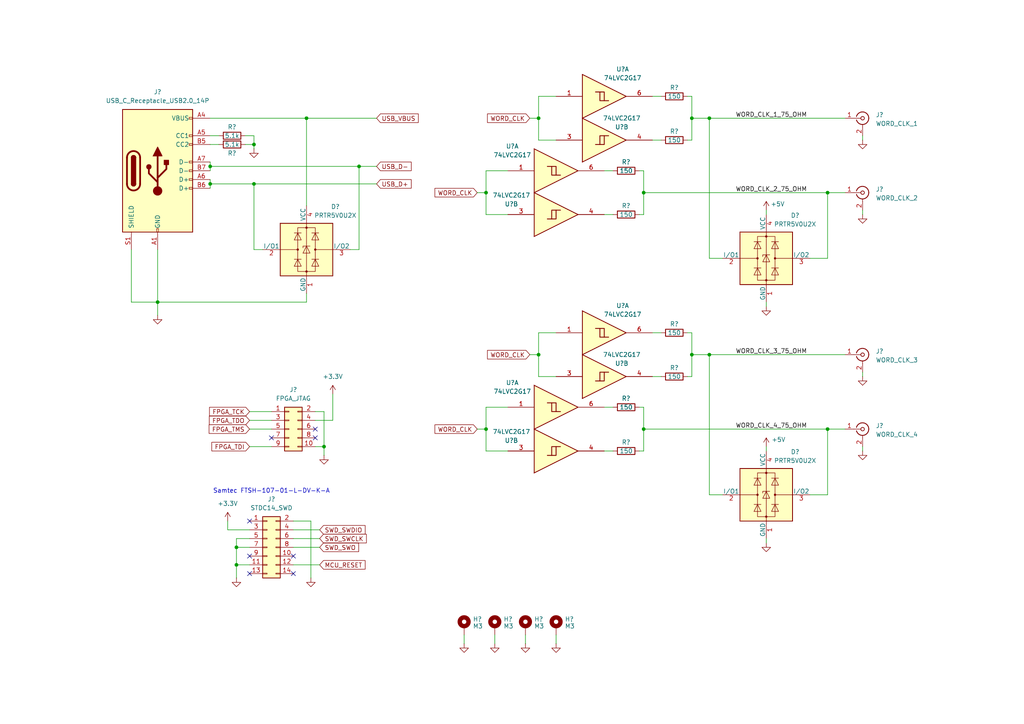
<source format=kicad_sch>
(kicad_sch (version 20250114) (generator "eeschema") (generator_version "9.0")
  (paper "A4")
  (title_block (title "16-in, 16-out USB <-> ADAT interface") (rev "1.0a") (company "Rethera") (comment 1 "Drawn by Łukasz Świszcz"))
  (lib_symbols
    (symbol "74xGxx:74LVC2G17"
      (property "Reference" "U" (at -1.27 7.62 0))
      (property "Value" "74LVC2G17" (at 2.54 -7.62 0))
      (symbol "74LVC2G17_1_1"
        (polyline (pts (xy -7.62 6.35) (xy -7.62 -6.35) (xy 5.08 0) (xy -7.62 6.35)) (stroke (width 0.254)) (fill (type background)))
        (polyline (pts (xy -3.81 1.27) (xy -2.54 1.27) (xy -2.54 -1.27) (xy 0 -1.27)) (stroke (width 0.254)) (fill (type background)))
        (polyline (pts (xy -2.54 1.27) (xy -1.27 1.27) (xy -1.27 -1.27)) (stroke (width 0.254)) (fill (type background)))
        (pin input line (at -15.24 0 0) (length 7.62) (name "~") (number "1"))
        (pin output line (at 12.7 0 180) (length 7.62) (name "~") (number "6"))
      )
      (symbol "74LVC2G17_2_1"
        (polyline (pts (xy -7.62 6.35) (xy -7.62 -6.35) (xy 5.08 0) (xy -7.62 6.35)) (stroke (width 0.254)) (fill (type background)))
        (polyline (pts (xy -3.81 1.27) (xy -2.54 1.27) (xy -2.54 -1.27) (xy 0 -1.27)) (stroke (width 0.254)) (fill (type background)))
        (polyline (pts (xy -2.54 1.27) (xy -1.27 1.27) (xy -1.27 -1.27)) (stroke (width 0.254)) (fill (type background)))
        (pin input line (at -15.24 0 0) (length 7.62) (name "~") (number "3"))
        (pin output line (at 12.7 0 180) (length 7.62) (name "~") (number "4"))
      )
      (symbol "74LVC2G17_3_0"
        (rectangle (start -5.08 -5.08) (end 5.08 5.08) (stroke (width 0.254)) (fill (type background)))
      )
      (symbol "74LVC2G17_3_1"
        (pin power_in line (at 0 10.16 270) (length 5.08) (name "VCC") (number "5"))
        (pin power_in line (at 0 -10.16 90) (length 5.08) (name "GND") (number "2"))
      )
    )
    (symbol "Connector:Conn_Coaxial" (pin_names (offset 1.016) (hide yes))
      (property "Reference" "J" (at 0.254 3.048 0))
      (property "Value" "Conn_Coaxial" (at 2.921 0 90))
      (symbol "Conn_Coaxial_0_1"
        (polyline (pts (xy -2.54 0) (xy -0.508 0)))
        (arc (start 1.778 0) (mid 0.222 -1.8079) (end -1.778 -0.508) (stroke (width 0.254)))
        (arc (start -1.778 0.508) (mid 0.2221 1.8084) (end 1.778 0) (stroke (width 0.254)))
        (circle (center 0 0) (radius 0.508) (stroke (width 0.2032)))
        (polyline (pts (xy 0 -2.54) (xy 0 -1.778)))
      )
      (symbol "Conn_Coaxial_1_1"
        (pin passive line (at -5.08 0 0) (length 2.54) (name "In") (number "1"))
        (pin passive line (at 0 -5.08 90) (length 2.54) (name "Ext") (number "2"))
      )
    )
    (symbol "Connector:USB_C_Receptacle_USB2.0_14P" (pin_names (offset 1.016))
      (property "Reference" "J" (at 0 22.225 0))
      (property "Value" "USB_C_Receptacle_USB2.0_14P" (at 0 19.685 0))
      (symbol "USB_C_Receptacle_USB2.0_14P_0_0"
        (rectangle (start -0.254 -17.78) (end 0.254 -16.764))
        (rectangle (start 10.16 15.494) (end 9.144 14.986))
        (rectangle (start 10.16 10.414) (end 9.144 9.906))
        (rectangle (start 10.16 7.874) (end 9.144 7.366))
        (rectangle (start 10.16 2.794) (end 9.144 2.286))
        (rectangle (start 10.16 0.254) (end 9.144 -0.254))
        (rectangle (start 10.16 -2.286) (end 9.144 -2.794))
        (rectangle (start 10.16 -4.826) (end 9.144 -5.334))
      )
      (symbol "USB_C_Receptacle_USB2.0_14P_0_1"
        (rectangle (start -10.16 17.78) (end 10.16 -17.78) (stroke (width 0.254)) (fill (type background)))
        (polyline (pts (xy -8.89 -3.81) (xy -8.89 3.81)) (stroke (width 0.508)))
        (rectangle (start -7.62 -3.81) (end -6.35 3.81) (stroke (width 0.254)) (fill (type outline)))
        (arc (start -7.62 3.81) (mid -6.985 4.4423) (end -6.35 3.81) (stroke (width 0.254)))
        (arc (start -7.62 3.81) (mid -6.985 4.4423) (end -6.35 3.81) (stroke (width 0.254)) (fill (type outline)))
        (arc (start -8.89 3.81) (mid -6.985 5.7067) (end -5.08 3.81) (stroke (width 0.508)))
        (arc (start -5.08 -3.81) (mid -6.985 -5.7067) (end -8.89 -3.81) (stroke (width 0.508)))
        (arc (start -6.35 -3.81) (mid -6.985 -4.4423) (end -7.62 -3.81) (stroke (width 0.254)))
        (arc (start -6.35 -3.81) (mid -6.985 -4.4423) (end -7.62 -3.81) (stroke (width 0.254)) (fill (type outline)))
        (polyline (pts (xy -5.08 3.81) (xy -5.08 -3.81)) (stroke (width 0.508)))
        (circle (center -2.54 1.143) (radius 0.635) (stroke (width 0.254)) (fill (type outline)))
        (polyline (pts (xy -1.27 4.318) (xy 0 6.858) (xy 1.27 4.318) (xy -1.27 4.318)) (stroke (width 0.254)) (fill (type outline)))
        (polyline (pts (xy 0 -2.032) (xy 2.54 0.508) (xy 2.54 1.778)) (stroke (width 0.508)))
        (polyline (pts (xy 0 -3.302) (xy -2.54 -0.762) (xy -2.54 0.508)) (stroke (width 0.508)))
        (polyline (pts (xy 0 -5.842) (xy 0 4.318)) (stroke (width 0.508)))
        (circle (center 0 -5.842) (radius 1.27) (fill (type outline)))
        (rectangle (start 1.905 1.778) (end 3.175 3.048) (stroke (width 0.254)) (fill (type outline)))
      )
      (symbol "USB_C_Receptacle_USB2.0_14P_1_1"
        (pin passive line (at -7.62 -22.86 90) (length 5.08) (name "SHIELD") (number "S1"))
        (pin passive line (at 0 -22.86 90) (length 5.08) (name "GND") (number "A1"))
        (pin passive line (at 0 -22.86 90) (length 5.08) (hide yes) (name "GND") (number "A12"))
        (pin passive line (at 0 -22.86 90) (length 5.08) (hide yes) (name "GND") (number "B1"))
        (pin passive line (at 0 -22.86 90) (length 5.08) (hide yes) (name "GND") (number "B12"))
        (pin passive line (at 15.24 15.24 180) (length 5.08) (name "VBUS") (number "A4"))
        (pin passive line (at 15.24 15.24 180) (length 5.08) (hide yes) (name "VBUS") (number "A9"))
        (pin passive line (at 15.24 15.24 180) (length 5.08) (hide yes) (name "VBUS") (number "B4"))
        (pin passive line (at 15.24 15.24 180) (length 5.08) (hide yes) (name "VBUS") (number "B9"))
        (pin bidirectional line (at 15.24 10.16 180) (length 5.08) (name "CC1") (number "A5"))
        (pin bidirectional line (at 15.24 7.62 180) (length 5.08) (name "CC2") (number "B5"))
        (pin bidirectional line (at 15.24 2.54 180) (length 5.08) (name "D-") (number "A7"))
        (pin bidirectional line (at 15.24 0 180) (length 5.08) (name "D-") (number "B7"))
        (pin bidirectional line (at 15.24 -2.54 180) (length 5.08) (name "D+") (number "A6"))
        (pin bidirectional line (at 15.24 -5.08 180) (length 5.08) (name "D+") (number "B6"))
      )
    )
    (symbol "Connector_Generic:Conn_02x05_Odd_Even" (pin_names (offset 1.016) (hide yes))
      (property "Reference" "J" (at 1.27 7.62 0))
      (property "Value" "Conn_02x05_Odd_Even" (at 1.27 -7.62 0))
      (symbol "Conn_02x05_Odd_Even_1_1"
        (rectangle (start -1.27 6.35) (end 3.81 -6.35) (stroke (width 0.254)) (fill (type background)))
        (rectangle (start -1.27 5.207) (end 0 4.953) (stroke (width 0.1524)))
        (rectangle (start -1.27 2.667) (end 0 2.413) (stroke (width 0.1524)))
        (rectangle (start -1.27 0.127) (end 0 -0.127) (stroke (width 0.1524)))
        (rectangle (start -1.27 -2.413) (end 0 -2.667) (stroke (width 0.1524)))
        (rectangle (start -1.27 -4.953) (end 0 -5.207) (stroke (width 0.1524)))
        (rectangle (start 3.81 5.207) (end 2.54 4.953) (stroke (width 0.1524)))
        (rectangle (start 3.81 2.667) (end 2.54 2.413) (stroke (width 0.1524)))
        (rectangle (start 3.81 0.127) (end 2.54 -0.127) (stroke (width 0.1524)))
        (rectangle (start 3.81 -2.413) (end 2.54 -2.667) (stroke (width 0.1524)))
        (rectangle (start 3.81 -4.953) (end 2.54 -5.207) (stroke (width 0.1524)))
        (pin passive line (at -5.08 5.08 0) (length 3.81) (name "Pin_1") (number "1"))
        (pin passive line (at -5.08 2.54 0) (length 3.81) (name "Pin_3") (number "3"))
        (pin passive line (at -5.08 0 0) (length 3.81) (name "Pin_5") (number "5"))
        (pin passive line (at -5.08 -2.54 0) (length 3.81) (name "Pin_7") (number "7"))
        (pin passive line (at -5.08 -5.08 0) (length 3.81) (name "Pin_9") (number "9"))
        (pin passive line (at 7.62 5.08 180) (length 3.81) (name "Pin_2") (number "2"))
        (pin passive line (at 7.62 2.54 180) (length 3.81) (name "Pin_4") (number "4"))
        (pin passive line (at 7.62 0 180) (length 3.81) (name "Pin_6") (number "6"))
        (pin passive line (at 7.62 -2.54 180) (length 3.81) (name "Pin_8") (number "8"))
        (pin passive line (at 7.62 -5.08 180) (length 3.81) (name "Pin_10") (number "10"))
      )
    )
    (symbol "Connector_Generic:Conn_02x07_Odd_Even" (pin_names (offset 1.016) (hide yes))
      (property "Reference" "J" (at 1.27 10.16 0))
      (property "Value" "Conn_02x07_Odd_Even" (at 1.27 -10.16 0))
      (symbol "Conn_02x07_Odd_Even_1_1"
        (rectangle (start -1.27 8.89) (end 3.81 -8.89) (stroke (width 0.254)) (fill (type background)))
        (rectangle (start -1.27 7.747) (end 0 7.493) (stroke (width 0.1524)))
        (rectangle (start -1.27 5.207) (end 0 4.953) (stroke (width 0.1524)))
        (rectangle (start -1.27 2.667) (end 0 2.413) (stroke (width 0.1524)))
        (rectangle (start -1.27 0.127) (end 0 -0.127) (stroke (width 0.1524)))
        (rectangle (start -1.27 -2.413) (end 0 -2.667) (stroke (width 0.1524)))
        (rectangle (start -1.27 -4.953) (end 0 -5.207) (stroke (width 0.1524)))
        (rectangle (start -1.27 -7.493) (end 0 -7.747) (stroke (width 0.1524)))
        (rectangle (start 3.81 7.747) (end 2.54 7.493) (stroke (width 0.1524)))
        (rectangle (start 3.81 5.207) (end 2.54 4.953) (stroke (width 0.1524)))
        (rectangle (start 3.81 2.667) (end 2.54 2.413) (stroke (width 0.1524)))
        (rectangle (start 3.81 0.127) (end 2.54 -0.127) (stroke (width 0.1524)))
        (rectangle (start 3.81 -2.413) (end 2.54 -2.667) (stroke (width 0.1524)))
        (rectangle (start 3.81 -4.953) (end 2.54 -5.207) (stroke (width 0.1524)))
        (rectangle (start 3.81 -7.493) (end 2.54 -7.747) (stroke (width 0.1524)))
        (pin passive line (at -5.08 7.62 0) (length 3.81) (name "Pin_1") (number "1"))
        (pin passive line (at -5.08 5.08 0) (length 3.81) (name "Pin_3") (number "3"))
        (pin passive line (at -5.08 2.54 0) (length 3.81) (name "Pin_5") (number "5"))
        (pin passive line (at -5.08 0 0) (length 3.81) (name "Pin_7") (number "7"))
        (pin passive line (at -5.08 -2.54 0) (length 3.81) (name "Pin_9") (number "9"))
        (pin passive line (at -5.08 -5.08 0) (length 3.81) (name "Pin_11") (number "11"))
        (pin passive line (at -5.08 -7.62 0) (length 3.81) (name "Pin_13") (number "13"))
        (pin passive line (at 7.62 7.62 180) (length 3.81) (name "Pin_2") (number "2"))
        (pin passive line (at 7.62 5.08 180) (length 3.81) (name "Pin_4") (number "4"))
        (pin passive line (at 7.62 2.54 180) (length 3.81) (name "Pin_6") (number "6"))
        (pin passive line (at 7.62 0 180) (length 3.81) (name "Pin_8") (number "8"))
        (pin passive line (at 7.62 -2.54 180) (length 3.81) (name "Pin_10") (number "10"))
        (pin passive line (at 7.62 -5.08 180) (length 3.81) (name "Pin_12") (number "12"))
        (pin passive line (at 7.62 -7.62 180) (length 3.81) (name "Pin_14") (number "14"))
      )
    )
    (symbol "Device:R" (pin_numbers (hide yes)) (pin_names (offset 0))
      (property "Reference" "R" (at 2.032 0 90))
      (property "Value" "R" (at 0 0 90))
      (symbol "R_0_1"
        (rectangle (start -1.016 -2.54) (end 1.016 2.54) (stroke (width 0.254)))
      )
      (symbol "R_1_1"
        (pin passive line (at 0 3.81 270) (length 1.27) (name "~") (number "1"))
        (pin passive line (at 0 -3.81 90) (length 1.27) (name "~") (number "2"))
      )
    )
    (symbol "Mechanical:MountingHole_Pad" (pin_numbers (hide yes)) (pin_names (offset 1.016) (hide yes)) (in_bom no)
      (property "Reference" "H" (at 0 6.35 0))
      (property "Value" "MountingHole_Pad" (at 0 4.445 0))
      (symbol "MountingHole_Pad_0_1"
        (circle (center 0 1.27) (radius 1.27) (stroke (width 1.27)))
      )
      (symbol "MountingHole_Pad_1_1"
        (pin input line (at 0 -2.54 90) (length 2.54) (name "1") (number "1"))
      )
    )
    (symbol "Power_Protection:PRTR5V0U2X" (pin_names (offset 0))
      (property "Reference" "D" (at 2.794 8.636 0))
      (property "Value" "PRTR5V0U2X" (at 8.128 -9.398 0))
      (symbol "PRTR5V0U2X_0_1"
        (rectangle (start -7.62 -7.62) (end 7.62 7.62) (stroke (width 0.254)) (fill (type background)))
        (polyline (pts (xy -3.556 2.794) (xy -1.524 2.794) (xy -2.54 4.826) (xy -3.556 2.794)))
        (polyline (pts (xy -3.556 -4.826) (xy -1.524 -4.826) (xy -2.54 -2.794) (xy -3.556 -4.826)))
        (rectangle (start -2.54 6.35) (end 2.54 -6.35))
        (circle (center -2.54 0) (radius 0.254) (fill (type outline)))
        (polyline (pts (xy -2.54 0) (xy -7.62 0)))
        (polyline (pts (xy -1.524 4.826) (xy -3.556 4.826)))
        (polyline (pts (xy -1.524 -2.794) (xy -3.556 -2.794)))
        (polyline (pts (xy -1.016 -1.016) (xy 1.016 -1.016) (xy 0 1.016) (xy -1.016 -1.016)))
        (circle (center 0 6.35) (radius 0.254) (fill (type outline)))
        (circle (center 0 -6.35) (radius 0.254) (fill (type outline)))
        (polyline (pts (xy 0 -7.62) (xy 0 7.62)))
        (polyline (pts (xy 1.016 1.016) (xy -1.016 1.016) (xy -1.016 0.508)))
        (polyline (pts (xy 1.524 4.826) (xy 3.556 4.826)))
        (polyline (pts (xy 1.524 -2.794) (xy 3.556 -2.794)))
        (polyline (pts (xy 2.54 0) (xy 7.62 0)))
        (circle (center 2.54 0) (radius 0.254) (fill (type outline)))
        (polyline (pts (xy 3.556 2.794) (xy 1.524 2.794) (xy 2.54 4.826) (xy 3.556 2.794)))
        (polyline (pts (xy 3.556 -4.826) (xy 1.524 -4.826) (xy 2.54 -2.794) (xy 3.556 -4.826)))
      )
      (symbol "PRTR5V0U2X_1_1"
        (pin passive line (at -12.7 0 0) (length 5.08) (name "I/O1") (number "2"))
        (pin passive line (at 0 12.7 270) (length 5.08) (name "VCC") (number "4"))
        (pin passive line (at 0 -12.7 90) (length 5.08) (name "GND") (number "1"))
        (pin passive line (at 12.7 0 180) (length 5.08) (name "I/O2") (number "3"))
      )
    )
    (symbol "power:+3.3V" (power) (pin_numbers (hide yes)) (pin_names (offset 0) (hide yes))
      (property "Value" "+3.3V" (at 0 3.556 0))
      (symbol "+3.3V_0_1"
        (polyline (pts (xy -0.762 1.27) (xy 0 2.54)))
        (polyline (pts (xy 0 2.54) (xy 0.762 1.27)))
        (polyline (pts (xy 0 0) (xy 0 2.54)))
      )
      (symbol "+3.3V_1_1"
        (pin power_in line (at 0 0 90) (length 0) (name "~") (number "1"))
      )
    )
    (symbol "power:+5V" (power) (pin_numbers (hide yes)) (pin_names (offset 0) (hide yes))
      (property "Value" "+5V" (at 0 3.556 0))
      (symbol "+5V_0_1"
        (polyline (pts (xy -0.762 1.27) (xy 0 2.54)))
        (polyline (pts (xy 0 2.54) (xy 0.762 1.27)))
        (polyline (pts (xy 0 0) (xy 0 2.54)))
      )
      (symbol "+5V_1_1"
        (pin power_in line (at 0 0 90) (length 0) (name "~") (number "1"))
      )
    )
    (symbol "power:GND" (power) (pin_numbers (hide yes)) (pin_names (offset 0) (hide yes))
      (property "Value" "GND" (at 0 -3.81 0))
      (symbol "GND_0_1"
        (polyline (pts (xy 0 0) (xy 0 -1.27) (xy 1.27 -1.27) (xy 0 -2.54) (xy -1.27 -1.27) (xy 0 -1.27)))
      )
      (symbol "GND_1_1"
        (pin power_in line (at 0 0 270) (length 0) (name "~") (number "1"))
      )
    )
  )
  (text "Samtec FTSH-107-01-L-DV-K-A" (at 78.74 142.494 0) (effects (font (size 1.27 1.27))))
  (junction (at 205.74 34.29))
  (junction (at 186.69 124.46))
  (junction (at 73.66 53.34))
  (junction (at 140.97 124.46))
  (junction (at 68.58 163.83))
  (junction (at 186.69 55.88))
  (junction (at 104.14 48.26))
  (junction (at 200.66 102.87))
  (junction (at 68.58 158.75))
  (junction (at 45.72 87.63))
  (junction (at 240.03 124.46))
  (junction (at 240.03 55.88))
  (junction (at 156.21 102.87))
  (junction (at 60.96 53.34))
  (junction (at 60.96 48.26))
  (junction (at 156.21 34.29))
  (junction (at 140.97 55.88))
  (junction (at 200.66 34.29))
  (junction (at 205.74 102.87))
  (junction (at 73.66 41.91))
  (junction (at 93.98 129.54))
  (junction (at 88.9 34.29))
  (no_connect (at 78.74 127))
  (no_connect (at 85.09 161.29))
  (no_connect (at 72.39 151.13))
  (no_connect (at 91.44 127))
  (no_connect (at 91.44 124.46))
  (no_connect (at 72.39 161.29))
  (no_connect (at 72.39 166.37))
  (no_connect (at 85.09 166.37))
  (wire (pts (xy 88.9 34.29) (xy 88.9 59.69)))
  (wire (pts (xy 186.69 49.53) (xy 185.42 49.53)))
  (wire (pts (xy 175.26 49.53) (xy 177.8 49.53)))
  (wire (pts (xy 85.09 153.67) (xy 92.71 153.67)))
  (wire (pts (xy 156.21 27.94) (xy 156.21 34.29)))
  (wire (pts (xy 186.69 55.88) (xy 186.69 49.53)))
  (wire (pts (xy 186.69 55.88) (xy 186.69 62.23)))
  (wire (pts (xy 240.03 124.46) (xy 245.11 124.46)))
  (wire (pts (xy 140.97 62.23) (xy 147.32 62.23)))
  (wire (pts (xy 200.66 102.87) (xy 205.74 102.87)))
  (wire (pts (xy 156.21 96.52) (xy 156.21 102.87)))
  (wire (pts (xy 189.23 27.94) (xy 191.77 27.94)))
  (wire (pts (xy 186.69 124.46) (xy 240.03 124.46)))
  (wire (pts (xy 222.25 60.96) (xy 222.25 62.23)))
  (wire (pts (xy 205.74 102.87) (xy 205.74 143.51)))
  (wire (pts (xy 250.19 39.37) (xy 250.19 40.64)))
  (wire (pts (xy 104.14 48.26) (xy 109.22 48.26)))
  (wire (pts (xy 85.09 158.75) (xy 92.71 158.75)))
  (wire (pts (xy 38.1 87.63) (xy 45.72 87.63)))
  (wire (pts (xy 73.66 72.39) (xy 76.2 72.39)))
  (wire (pts (xy 222.25 156.21) (xy 222.25 157.48)))
  (wire (pts (xy 186.69 124.46) (xy 186.69 130.81)))
  (wire (pts (xy 156.21 109.22) (xy 161.29 109.22)))
  (wire (pts (xy 60.96 46.99) (xy 60.96 48.26)))
  (wire (pts (xy 200.66 96.52) (xy 199.39 96.52)))
  (wire (pts (xy 140.97 118.11) (xy 140.97 124.46)))
  (wire (pts (xy 140.97 55.88) (xy 140.97 62.23)))
  (wire (pts (xy 200.66 102.87) (xy 200.66 109.22)))
  (wire (pts (xy 93.98 129.54) (xy 93.98 132.08)))
  (wire (pts (xy 186.69 118.11) (xy 185.42 118.11)))
  (wire (pts (xy 88.9 87.63) (xy 88.9 85.09)))
  (wire (pts (xy 205.74 34.29) (xy 205.74 74.93)))
  (wire (pts (xy 156.21 40.64) (xy 161.29 40.64)))
  (wire (pts (xy 72.39 156.21) (xy 68.58 156.21)))
  (wire (pts (xy 91.44 129.54) (xy 93.98 129.54)))
  (wire (pts (xy 250.19 130.81) (xy 250.19 129.54)))
  (wire (pts (xy 101.6 72.39) (xy 104.14 72.39)))
  (wire (pts (xy 93.98 119.38) (xy 93.98 129.54)))
  (wire (pts (xy 88.9 34.29) (xy 109.22 34.29)))
  (wire (pts (xy 134.62 184.15) (xy 134.62 186.69)))
  (wire (pts (xy 73.66 53.34) (xy 109.22 53.34)))
  (wire (pts (xy 45.72 72.39) (xy 45.72 87.63)))
  (wire (pts (xy 205.74 143.51) (xy 209.55 143.51)))
  (wire (pts (xy 60.96 53.34) (xy 60.96 54.61)))
  (wire (pts (xy 38.1 72.39) (xy 38.1 87.63)))
  (wire (pts (xy 45.72 87.63) (xy 45.72 91.44)))
  (wire (pts (xy 175.26 62.23) (xy 177.8 62.23)))
  (wire (pts (xy 68.58 158.75) (xy 72.39 158.75)))
  (wire (pts (xy 85.09 156.21) (xy 92.71 156.21)))
  (wire (pts (xy 186.69 118.11) (xy 186.69 124.46)))
  (wire (pts (xy 104.14 72.39) (xy 104.14 48.26)))
  (wire (pts (xy 68.58 156.21) (xy 68.58 158.75)))
  (wire (pts (xy 200.66 102.87) (xy 200.66 96.52)))
  (wire (pts (xy 143.51 184.15) (xy 143.51 186.69)))
  (wire (pts (xy 200.66 109.22) (xy 199.39 109.22)))
  (wire (pts (xy 73.66 41.91) (xy 71.12 41.91)))
  (wire (pts (xy 96.52 114.3) (xy 96.52 121.92)))
  (wire (pts (xy 140.97 124.46) (xy 140.97 130.81)))
  (wire (pts (xy 240.03 124.46) (xy 240.03 143.51)))
  (wire (pts (xy 200.66 34.29) (xy 200.66 40.64)))
  (wire (pts (xy 138.43 55.88) (xy 140.97 55.88)))
  (wire (pts (xy 72.39 119.38) (xy 78.74 119.38)))
  (wire (pts (xy 205.74 74.93) (xy 209.55 74.93)))
  (wire (pts (xy 85.09 151.13) (xy 90.17 151.13)))
  (wire (pts (xy 72.39 129.54) (xy 78.74 129.54)))
  (wire (pts (xy 90.17 151.13) (xy 90.17 167.64)))
  (wire (pts (xy 200.66 40.64) (xy 199.39 40.64)))
  (wire (pts (xy 68.58 163.83) (xy 68.58 167.64)))
  (wire (pts (xy 175.26 118.11) (xy 177.8 118.11)))
  (wire (pts (xy 85.09 163.83) (xy 92.71 163.83)))
  (wire (pts (xy 189.23 96.52) (xy 191.77 96.52)))
  (wire (pts (xy 186.69 130.81) (xy 185.42 130.81)))
  (wire (pts (xy 72.39 124.46) (xy 78.74 124.46)))
  (wire (pts (xy 71.12 39.37) (xy 73.66 39.37)))
  (wire (pts (xy 222.25 129.54) (xy 222.25 130.81)))
  (wire (pts (xy 222.25 87.63) (xy 222.25 88.9)))
  (wire (pts (xy 200.66 34.29) (xy 205.74 34.29)))
  (wire (pts (xy 205.74 34.29) (xy 245.11 34.29)))
  (wire (pts (xy 96.52 121.92) (xy 91.44 121.92)))
  (wire (pts (xy 60.96 34.29) (xy 88.9 34.29)))
  (wire (pts (xy 66.04 153.67) (xy 66.04 151.13)))
  (wire (pts (xy 140.97 130.81) (xy 147.32 130.81)))
  (wire (pts (xy 153.67 34.29) (xy 156.21 34.29)))
  (wire (pts (xy 147.32 49.53) (xy 140.97 49.53)))
  (wire (pts (xy 91.44 119.38) (xy 93.98 119.38)))
  (wire (pts (xy 60.96 41.91) (xy 63.5 41.91)))
  (wire (pts (xy 161.29 96.52) (xy 156.21 96.52)))
  (wire (pts (xy 68.58 163.83) (xy 72.39 163.83)))
  (wire (pts (xy 147.32 118.11) (xy 140.97 118.11)))
  (wire (pts (xy 205.74 102.87) (xy 245.11 102.87)))
  (wire (pts (xy 152.4 184.15) (xy 152.4 186.69)))
  (wire (pts (xy 73.66 53.34) (xy 73.66 72.39)))
  (wire (pts (xy 189.23 109.22) (xy 191.77 109.22)))
  (wire (pts (xy 60.96 39.37) (xy 63.5 39.37)))
  (wire (pts (xy 60.96 48.26) (xy 60.96 49.53)))
  (wire (pts (xy 186.69 62.23) (xy 185.42 62.23)))
  (wire (pts (xy 161.29 27.94) (xy 156.21 27.94)))
  (wire (pts (xy 200.66 34.29) (xy 200.66 27.94)))
  (wire (pts (xy 45.72 87.63) (xy 88.9 87.63)))
  (wire (pts (xy 72.39 153.67) (xy 66.04 153.67)))
  (wire (pts (xy 250.19 62.23) (xy 250.19 60.96)))
  (wire (pts (xy 138.43 124.46) (xy 140.97 124.46)))
  (wire (pts (xy 68.58 158.75) (xy 68.58 163.83)))
  (wire (pts (xy 175.26 130.81) (xy 177.8 130.81)))
  (wire (pts (xy 73.66 41.91) (xy 73.66 43.18)))
  (wire (pts (xy 186.69 55.88) (xy 240.03 55.88)))
  (wire (pts (xy 140.97 49.53) (xy 140.97 55.88)))
  (wire (pts (xy 60.96 53.34) (xy 73.66 53.34)))
  (wire (pts (xy 161.29 184.15) (xy 161.29 186.69)))
  (wire (pts (xy 240.03 74.93) (xy 234.95 74.93)))
  (wire (pts (xy 240.03 55.88) (xy 240.03 74.93)))
  (wire (pts (xy 240.03 143.51) (xy 234.95 143.51)))
  (wire (pts (xy 153.67 102.87) (xy 156.21 102.87)))
  (wire (pts (xy 60.96 53.34) (xy 60.96 52.07)))
  (wire (pts (xy 156.21 34.29) (xy 156.21 40.64)))
  (wire (pts (xy 72.39 121.92) (xy 78.74 121.92)))
  (wire (pts (xy 240.03 55.88) (xy 245.11 55.88)))
  (wire (pts (xy 60.96 48.26) (xy 104.14 48.26)))
  (wire (pts (xy 200.66 27.94) (xy 199.39 27.94)))
  (wire (pts (xy 189.23 40.64) (xy 191.77 40.64)))
  (wire (pts (xy 156.21 102.87) (xy 156.21 109.22)))
  (wire (pts (xy 73.66 39.37) (xy 73.66 41.91)))
  (wire (pts (xy 250.19 107.95) (xy 250.19 109.22)))
  (label "WORD_CLK_1_75_OHM" (at 213.36 34.29 0))
  (label "WORD_CLK_4_75_OHM" (at 213.36 124.46 0))
  (label "WORD_CLK_3_75_OHM" (at 213.36 102.87 0))
  (label "WORD_CLK_2_75_OHM" (at 213.36 55.88 0))
  (global_label "USB_D-" (shape input) (at 109.22 48.26 0) (property "Intersheetrefs" "${INTERSHEET_REFS}" (effects (hide yes))))
  (global_label "FPGA_TDO" (shape input) (at 72.39 121.92 180) (property "Intersheetrefs" "${INTERSHEET_REFS}" (effects (hide yes))))
  (global_label "WORD_CLK" (shape input) (at 153.67 34.29 180) (property "Intersheetrefs" "${INTERSHEET_REFS}" (effects (hide yes))))
  (global_label "SWD_SWDIO" (shape input) (at 92.71 153.67 0) (property "Intersheetrefs" "${INTERSHEET_REFS}" (effects (hide yes))))
  (global_label "FPGA_TMS" (shape input) (at 72.39 124.46 180) (property "Intersheetrefs" "${INTERSHEET_REFS}" (effects (hide yes))))
  (global_label "FPGA_TCK" (shape input) (at 72.39 119.38 180) (property "Intersheetrefs" "${INTERSHEET_REFS}" (effects (hide yes))))
  (global_label "WORD_CLK" (shape input) (at 153.67 102.87 180) (property "Intersheetrefs" "${INTERSHEET_REFS}" (effects (hide yes))))
  (global_label "WORD_CLK" (shape input) (at 138.43 55.88 180) (property "Intersheetrefs" "${INTERSHEET_REFS}" (effects (hide yes))))
  (global_label "WORD_CLK" (shape input) (at 138.43 124.46 180) (property "Intersheetrefs" "${INTERSHEET_REFS}" (effects (hide yes))))
  (global_label "USB_VBUS" (shape input) (at 109.22 34.29 0) (property "Intersheetrefs" "${INTERSHEET_REFS}" (effects (hide yes))))
  (global_label "SWD_SWO" (shape input) (at 92.71 158.75 0) (property "Intersheetrefs" "${INTERSHEET_REFS}" (effects (hide yes))))
  (global_label "MCU_RESET" (shape input) (at 92.71 163.83 0) (property "Intersheetrefs" "${INTERSHEET_REFS}" (effects (hide yes))))
  (global_label "SWD_SWCLK" (shape input) (at 92.71 156.21 0) (property "Intersheetrefs" "${INTERSHEET_REFS}" (effects (hide yes))))
  (global_label "USB_D+" (shape input) (at 109.22 53.34 0) (property "Intersheetrefs" "${INTERSHEET_REFS}" (effects (hide yes))))
  (global_label "FPGA_TDI" (shape input) (at 72.39 129.54 180) (property "Intersheetrefs" "${INTERSHEET_REFS}" (effects (hide yes))))
  (symbol (lib_id "Device:R") (at 195.58 109.22 90) (unit 1)
    (property "Reference" "R?" (at 195.58 106.68 90))
    (property "Value" "150" (at 195.58 109.22 90))
    (property "Description" "Resistor" (effects (hide yes)))
  )
  (symbol (lib_id "Device:R") (at 195.58 27.94 90) (unit 1)
    (property "Reference" "R?" (at 195.58 25.4 90))
    (property "Value" "150" (at 195.58 27.94 90))
    (property "Description" "Resistor" (effects (hide yes)))
  )
  (symbol (lib_id "Device:R") (at 195.58 40.64 90) (unit 1)
    (property "Reference" "R?" (at 195.58 38.1 90))
    (property "Value" "150" (at 195.58 40.64 90))
    (property "Description" "Resistor" (effects (hide yes)))
  )
  (symbol (lib_id "74xGxx:74LVC2G17") (at 176.53 27.94 0) (unit 1)
    (property "Reference" "U?" (at 180.594 20.066 0))
    (property "Value" "74LVC2G17" (at 180.594 22.606 0))
    (property "Datasheet" "http://www.ti.com/lit/sg/scyt129e/scyt129e.pdf" (effects (hide yes)))
    (property "Description" "Dual Buffer, Schmitt Triggered, Low-Voltage CMOS" (effects (hide yes)))
  )
  (symbol (lib_id "Connector:Conn_Coaxial") (at 250.19 124.46 0) (unit 1)
    (property "Reference" "J?" (at 254 123.4831 0) (effects (justify left)))
    (property "Value" "WORD_CLK_4" (at 254 126.0231 0) (effects (justify left)))
    (property "Description" "coaxial connector (BNC, SMA, SMB, SMC, Cinch/RCA, LEMO, ...)" (effects (hide yes)))
  )
  (symbol (lib_id "Mechanical:MountingHole_Pad") (at 161.29 181.61 0) (unit 1) (in_bom no)
    (property "Reference" "H?" (at 163.83 179.578 0) (effects (justify left)))
    (property "Value" "M3" (at 163.83 181.6099 0) (effects (justify left)))
    (property "Footprint" "MountingHole:MountingHole_3.2mm_M3_Pad" (effects (hide yes)))
    (property "Description" "Mounting Hole with connection" (effects (hide yes)))
  )
  (symbol (lib_id "Device:R") (at 181.61 62.23 90) (unit 1)
    (property "Reference" "R?" (at 181.61 59.69 90))
    (property "Value" "150" (at 181.61 62.23 90))
    (property "Description" "Resistor" (effects (hide yes)))
  )
  (symbol (lib_id "power:+3.3V") (at 96.52 114.3 0) (unit 1)
    (property "Reference" "#PWR017" (effects (hide yes)))
    (property "Value" "+3.3V" (at 96.52 109.22 0))
    (property "Description" "Power symbol creates a global label with name \"+3.3V\"" (effects (hide yes)))
  )
  (symbol (lib_id "Device:R") (at 181.61 130.81 90) (unit 1)
    (property "Reference" "R?" (at 181.61 128.27 90))
    (property "Value" "150" (at 181.61 130.81 90))
    (property "Description" "Resistor" (effects (hide yes)))
  )
  (symbol (lib_id "74xGxx:74LVC2G17") (at 176.53 40.64 0) (mirror x) (unit 2)
    (property "Reference" "U?" (at 180.34 36.83 0))
    (property "Value" "74LVC2G17" (at 180.34 34.29 0))
    (property "Datasheet" "http://www.ti.com/lit/sg/scyt129e/scyt129e.pdf" (effects (hide yes)))
    (property "Description" "Dual Buffer, Schmitt Triggered, Low-Voltage CMOS" (effects (hide yes)))
  )
  (symbol (lib_id "power:GND") (at 250.19 62.23 0) (mirror y) (unit 1)
    (property "Reference" "#PWR0121" (effects (hide yes)))
    (property "Value" "GND" (effects (hide yes)))
    (property "Description" "Power symbol creates a global label with name \"GND\" , ground" (effects (hide yes)))
  )
  (symbol (lib_id "Device:R") (at 181.61 49.53 90) (unit 1)
    (property "Reference" "R?" (at 181.61 46.99 90))
    (property "Value" "150" (at 181.61 49.53 90))
    (property "Description" "Resistor" (effects (hide yes)))
  )
  (symbol (lib_id "power:GND") (at 90.17 167.64 0) (unit 1)
    (property "Reference" "#PWR046" (effects (hide yes)))
    (property "Value" "GND" (effects (hide yes)))
    (property "Description" "Power symbol creates a global label with name \"GND\" , ground" (effects (hide yes)))
  )
  (symbol (lib_id "power:GND") (at 152.4 186.69 0) (unit 1)
    (property "Reference" "#PWR055" (effects (hide yes)))
    (property "Value" "GND" (effects (hide yes)))
    (property "Description" "Power symbol creates a global label with name \"GND\" , ground" (effects (hide yes)))
  )
  (symbol (lib_id "Connector_Generic:Conn_02x07_Odd_Even") (at 77.47 158.75 0) (unit 1)
    (property "Reference" "J?" (at 78.74 144.78 0))
    (property "Value" "STDC14_SWD" (at 78.74 147.32 0))
    (property "Description" "Generic connector, double row, 02x07, odd/even pin numbering scheme (row 1 odd numbers, row 2 even numbers), script generated (kicad-library-utils/schlib/autogen/connector/)" (effects (hide yes)))
  )
  (symbol (lib_id "74xGxx:74LVC2G17") (at 176.53 109.22 0) (mirror x) (unit 2)
    (property "Reference" "U?" (at 180.34 105.41 0))
    (property "Value" "74LVC2G17" (at 180.34 102.87 0))
    (property "Datasheet" "http://www.ti.com/lit/sg/scyt129e/scyt129e.pdf" (effects (hide yes)))
    (property "Description" "Dual Buffer, Schmitt Triggered, Low-Voltage CMOS" (effects (hide yes)))
  )
  (symbol (lib_id "Power_Protection:PRTR5V0U2X") (at 88.9 72.39 0) (unit 1)
    (property "Reference" "D?" (at 97.282 59.944 0))
    (property "Value" "PRTR5V0U2X" (at 97.282 62.484 0))
    (property "Footprint" "Package_TO_SOT_SMD:SOT-143" (effects (hide yes)))
    (property "Datasheet" "https://assets.nexperia.com/documents/data-sheet/PRTR5V0U2X.pdf" (effects (hide yes)))
    (property "Description" "Ultra low capacitance double rail-to-rail ESD protection diode, SOT-143" (effects (hide yes)))
  )
  (symbol (lib_id "Mechanical:MountingHole_Pad") (at 143.51 181.61 0) (unit 1) (in_bom no)
    (property "Reference" "H?" (at 146.05 179.578 0) (effects (justify left)))
    (property "Value" "M3" (at 146.05 181.6099 0) (effects (justify left)))
    (property "Footprint" "MountingHole:MountingHole_3.2mm_M3_Pad" (effects (hide yes)))
    (property "Description" "Mounting Hole with connection" (effects (hide yes)))
  )
  (symbol (lib_id "power:GND") (at 222.25 88.9 0) (mirror y) (unit 1)
    (property "Reference" "#PWR0123" (effects (hide yes)))
    (property "Value" "GND" (effects (hide yes)))
    (property "Description" "Power symbol creates a global label with name \"GND\" , ground" (effects (hide yes)))
  )
  (symbol (lib_id "Device:R") (at 195.58 96.52 90) (unit 1)
    (property "Reference" "R?" (at 195.58 93.98 90))
    (property "Value" "150" (at 195.58 96.52 90))
    (property "Description" "Resistor" (effects (hide yes)))
  )
  (symbol (lib_id "74xGxx:74LVC2G17") (at 162.56 118.11 0) (unit 1)
    (property "Reference" "U?" (at 148.59 110.998 0))
    (property "Value" "74LVC2G17" (at 148.59 113.538 0))
    (property "Datasheet" "http://www.ti.com/lit/sg/scyt129e/scyt129e.pdf" (effects (hide yes)))
    (property "Description" "Dual Buffer, Schmitt Triggered, Low-Voltage CMOS" (effects (hide yes)))
  )
  (symbol (lib_id "Mechanical:MountingHole_Pad") (at 134.62 181.61 0) (unit 1) (in_bom no)
    (property "Reference" "H?" (at 137.16 179.578 0) (effects (justify left)))
    (property "Value" "M3" (at 137.16 181.6099 0) (effects (justify left)))
    (property "Footprint" "MountingHole:MountingHole_3.2mm_M3_Pad" (effects (hide yes)))
    (property "Description" "Mounting Hole with connection" (effects (hide yes)))
  )
  (symbol (lib_id "power:GND") (at 250.19 130.81 0) (mirror y) (unit 1)
    (property "Reference" "#PWR094" (effects (hide yes)))
    (property "Value" "GND" (effects (hide yes)))
    (property "Description" "Power symbol creates a global label with name \"GND\" , ground" (effects (hide yes)))
  )
  (symbol (lib_id "74xGxx:74LVC2G17") (at 176.53 96.52 0) (unit 1)
    (property "Reference" "U?" (at 180.594 88.646 0))
    (property "Value" "74LVC2G17" (at 180.594 91.186 0))
    (property "Datasheet" "http://www.ti.com/lit/sg/scyt129e/scyt129e.pdf" (effects (hide yes)))
    (property "Description" "Dual Buffer, Schmitt Triggered, Low-Voltage CMOS" (effects (hide yes)))
  )
  (symbol (lib_id "power:GND") (at 68.58 167.64 0) (unit 1)
    (property "Reference" "#PWR051" (effects (hide yes)))
    (property "Value" "GND" (effects (hide yes)))
    (property "Description" "Power symbol creates a global label with name \"GND\" , ground" (effects (hide yes)))
  )
  (symbol (lib_id "Connector:Conn_Coaxial") (at 250.19 55.88 0) (unit 1)
    (property "Reference" "J?" (at 254 54.9031 0) (effects (justify left)))
    (property "Value" "WORD_CLK_2" (at 254 57.4431 0) (effects (justify left)))
    (property "Description" "coaxial connector (BNC, SMA, SMB, SMC, Cinch/RCA, LEMO, ...)" (effects (hide yes)))
  )
  (symbol (lib_id "Power_Protection:PRTR5V0U2X") (at 222.25 74.93 0) (unit 1)
    (property "Reference" "D?" (at 230.632 62.484 0))
    (property "Value" "PRTR5V0U2X" (at 230.632 65.024 0))
    (property "Footprint" "Package_TO_SOT_SMD:SOT-143" (effects (hide yes)))
    (property "Datasheet" "https://assets.nexperia.com/documents/data-sheet/PRTR5V0U2X.pdf" (effects (hide yes)))
    (property "Description" "Ultra low capacitance double rail-to-rail ESD protection diode, SOT-143" (effects (hide yes)))
  )
  (symbol (lib_id "power:GND") (at 250.19 109.22 0) (mirror y) (unit 1)
    (property "Reference" "#PWR093" (effects (hide yes)))
    (property "Value" "GND" (effects (hide yes)))
    (property "Description" "Power symbol creates a global label with name \"GND\" , ground" (effects (hide yes)))
  )
  (symbol (lib_id "power:GND") (at 143.51 186.69 0) (unit 1)
    (property "Reference" "#PWR054" (effects (hide yes)))
    (property "Value" "GND" (effects (hide yes)))
    (property "Description" "Power symbol creates a global label with name \"GND\" , ground" (effects (hide yes)))
  )
  (symbol (lib_id "Connector_Generic:Conn_02x05_Odd_Even") (at 83.82 124.46 0) (unit 1)
    (property "Reference" "J?" (at 85.09 113.03 0))
    (property "Value" "FPGA_JTAG" (at 85.09 115.57 0))
    (property "Description" "Generic connector, double row, 02x05, odd/even pin numbering scheme (row 1 odd numbers, row 2 even numbers), script generated (kicad-library-utils/schlib/autogen/connector/)" (effects (hide yes)))
  )
  (symbol (lib_id "Device:R") (at 181.61 118.11 90) (unit 1)
    (property "Reference" "R?" (at 181.61 115.57 90))
    (property "Value" "150" (at 181.61 118.11 90))
    (property "Description" "Resistor" (effects (hide yes)))
  )
  (symbol (lib_id "Device:R") (at 67.31 39.37 90) (mirror x) (unit 1)
    (property "Reference" "R?" (at 67.31 36.83 90))
    (property "Value" "5.1k" (at 67.31 39.37 90))
    (property "Description" "Resistor" (effects (hide yes)))
  )
  (symbol (lib_id "power:GND") (at 134.62 186.69 0) (unit 1)
    (property "Reference" "#PWR053" (effects (hide yes)))
    (property "Value" "GND" (effects (hide yes)))
    (property "Description" "Power symbol creates a global label with name \"GND\" , ground" (effects (hide yes)))
  )
  (symbol (lib_id "power:GND") (at 93.98 132.08 0) (unit 1)
    (property "Reference" "#PWR018" (effects (hide yes)))
    (property "Value" "GND" (effects (hide yes)))
    (property "Description" "Power symbol creates a global label with name \"GND\" , ground" (effects (hide yes)))
  )
  (symbol (lib_id "power:GND") (at 73.66 43.18 0) (unit 1)
    (property "Reference" "#PWR0104" (effects (hide yes)))
    (property "Value" "GND" (effects (hide yes)))
    (property "Description" "Power symbol creates a global label with name \"GND\" , ground" (effects (hide yes)))
  )
  (symbol (lib_id "power:+3.3V") (at 66.04 151.13 0) (unit 1)
    (property "Reference" "#PWR045" (effects (hide yes)))
    (property "Value" "+3.3V" (at 66.04 146.05 0))
    (property "Description" "Power symbol creates a global label with name \"+3.3V\"" (effects (hide yes)))
  )
  (symbol (lib_id "Connector:USB_C_Receptacle_USB2.0_14P") (at 45.72 49.53 0) (unit 1)
    (property "Reference" "J?" (at 45.72 26.67 0))
    (property "Value" "USB_C_Receptacle_USB2.0_14P" (at 45.72 29.21 0))
    (property "Datasheet" "https://www.usb.org/sites/default/files/documents/usb_type-c.zip" (effects (hide yes)))
    (property "Description" "USB 2.0-only 14P Type-C Receptacle connector" (effects (hide yes)))
  )
  (symbol (lib_id "74xGxx:74LVC2G17") (at 162.56 130.81 0) (mirror x) (unit 2)
    (property "Reference" "U?" (at 148.336 127.762 0))
    (property "Value" "74LVC2G17" (at 148.336 125.222 0))
    (property "Datasheet" "http://www.ti.com/lit/sg/scyt129e/scyt129e.pdf" (effects (hide yes)))
    (property "Description" "Dual Buffer, Schmitt Triggered, Low-Voltage CMOS" (effects (hide yes)))
  )
  (symbol (lib_id "74xGxx:74LVC2G17") (at 162.56 62.23 0) (mirror x) (unit 2)
    (property "Reference" "U?" (at 148.336 59.182 0))
    (property "Value" "74LVC2G17" (at 148.336 56.642 0))
    (property "Datasheet" "http://www.ti.com/lit/sg/scyt129e/scyt129e.pdf" (effects (hide yes)))
    (property "Description" "Dual Buffer, Schmitt Triggered, Low-Voltage CMOS" (effects (hide yes)))
  )
  (symbol (lib_id "Power_Protection:PRTR5V0U2X") (at 222.25 143.51 0) (unit 1)
    (property "Reference" "D?" (at 230.632 131.064 0))
    (property "Value" "PRTR5V0U2X" (at 230.632 133.604 0))
    (property "Footprint" "Package_TO_SOT_SMD:SOT-143" (effects (hide yes)))
    (property "Datasheet" "https://assets.nexperia.com/documents/data-sheet/PRTR5V0U2X.pdf" (effects (hide yes)))
    (property "Description" "Ultra low capacitance double rail-to-rail ESD protection diode, SOT-143" (effects (hide yes)))
  )
  (symbol (lib_id "power:GND") (at 250.19 40.64 0) (mirror y) (unit 1)
    (property "Reference" "#PWR0120" (effects (hide yes)))
    (property "Value" "GND" (effects (hide yes)))
    (property "Description" "Power symbol creates a global label with name \"GND\" , ground" (effects (hide yes)))
  )
  (symbol (lib_id "power:GND") (at 45.72 91.44 0) (unit 1)
    (property "Reference" "#PWR0103" (effects (hide yes)))
    (property "Value" "GND" (effects (hide yes)))
    (property "Description" "Power symbol creates a global label with name \"GND\" , ground" (effects (hide yes)))
  )
  (symbol (lib_id "Device:R") (at 67.31 41.91 90) (unit 1)
    (property "Reference" "R?" (at 67.31 44.45 90))
    (property "Value" "5.1k" (at 67.31 41.91 90))
    (property "Description" "Resistor" (effects (hide yes)))
  )
  (symbol (lib_id "power:GND") (at 222.25 157.48 0) (mirror y) (unit 1)
    (property "Reference" "#PWR096" (effects (hide yes)))
    (property "Value" "GND" (effects (hide yes)))
    (property "Description" "Power symbol creates a global label with name \"GND\" , ground" (effects (hide yes)))
  )
  (symbol (lib_id "power:+5V") (at 222.25 129.54 0) (unit 1)
    (property "Reference" "#PWR095" (effects (hide yes)))
    (property "Value" "+5V" (at 225.806 127.508 0))
    (property "Description" "Power symbol creates a global label with name \"+5V\"" (effects (hide yes)))
  )
  (symbol (lib_id "74xGxx:74LVC2G17") (at 162.56 49.53 0) (unit 1)
    (property "Reference" "U?" (at 148.59 42.418 0))
    (property "Value" "74LVC2G17" (at 148.59 44.958 0))
    (property "Datasheet" "http://www.ti.com/lit/sg/scyt129e/scyt129e.pdf" (effects (hide yes)))
    (property "Description" "Dual Buffer, Schmitt Triggered, Low-Voltage CMOS" (effects (hide yes)))
  )
  (symbol (lib_id "power:GND") (at 161.29 186.69 0) (unit 1)
    (property "Reference" "#PWR056" (effects (hide yes)))
    (property "Value" "GND" (effects (hide yes)))
    (property "Description" "Power symbol creates a global label with name \"GND\" , ground" (effects (hide yes)))
  )
  (symbol (lib_id "Connector:Conn_Coaxial") (at 250.19 34.29 0) (unit 1)
    (property "Reference" "J?" (at 254 33.3131 0) (effects (justify left)))
    (property "Value" "WORD_CLK_1" (at 254 35.8531 0) (effects (justify left)))
    (property "Description" "coaxial connector (BNC, SMA, SMB, SMC, Cinch/RCA, LEMO, ...)" (effects (hide yes)))
  )
  (symbol (lib_id "power:+5V") (at 222.25 60.96 0) (unit 1)
    (property "Reference" "#PWR0122" (effects (hide yes)))
    (property "Value" "+5V" (at 225.552 59.182 0))
    (property "Description" "Power symbol creates a global label with name \"+5V\"" (effects (hide yes)))
  )
  (symbol (lib_id "Connector:Conn_Coaxial") (at 250.19 102.87 0) (unit 1)
    (property "Reference" "J?" (at 254 101.8931 0) (effects (justify left)))
    (property "Value" "WORD_CLK_3" (at 254 104.4331 0) (effects (justify left)))
    (property "Description" "coaxial connector (BNC, SMA, SMB, SMC, Cinch/RCA, LEMO, ...)" (effects (hide yes)))
  )
  (symbol (lib_id "Mechanical:MountingHole_Pad") (at 152.4 181.61 0) (unit 1) (in_bom no)
    (property "Reference" "H?" (at 154.94 179.578 0) (effects (justify left)))
    (property "Value" "M3" (at 154.94 181.6099 0) (effects (justify left)))
    (property "Footprint" "MountingHole:MountingHole_3.2mm_M3_Pad" (effects (hide yes)))
    (property "Description" "Mounting Hole with connection" (effects (hide yes)))
  )
)
</source>
